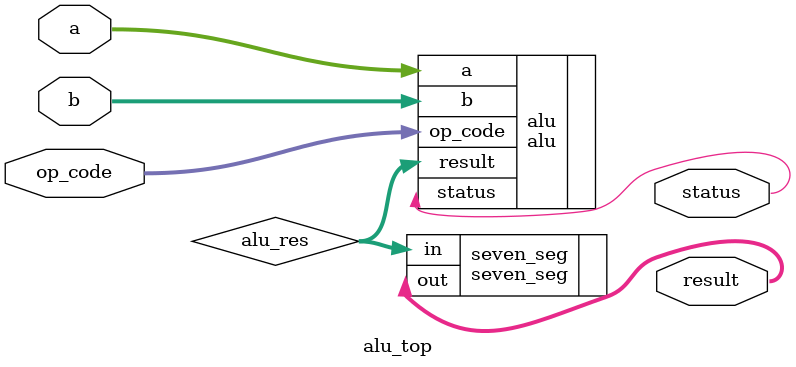
<source format=v>
module alu_top (
 input wire [3:0] a,b,
 input wire [1:0] op_code,
 output wire [6:0] result,
 output wire status
 );
 
 wire [3:0] alu_res ;
 
alu alu (
  .a(a),
  .b(b),
  .op_code(op_code),
  .status(status),
  .result(alu_res)
  );
  
seven_seg seven_seg (
   .in(alu_res),
   .out(result)
   );
   
endmodule
</source>
